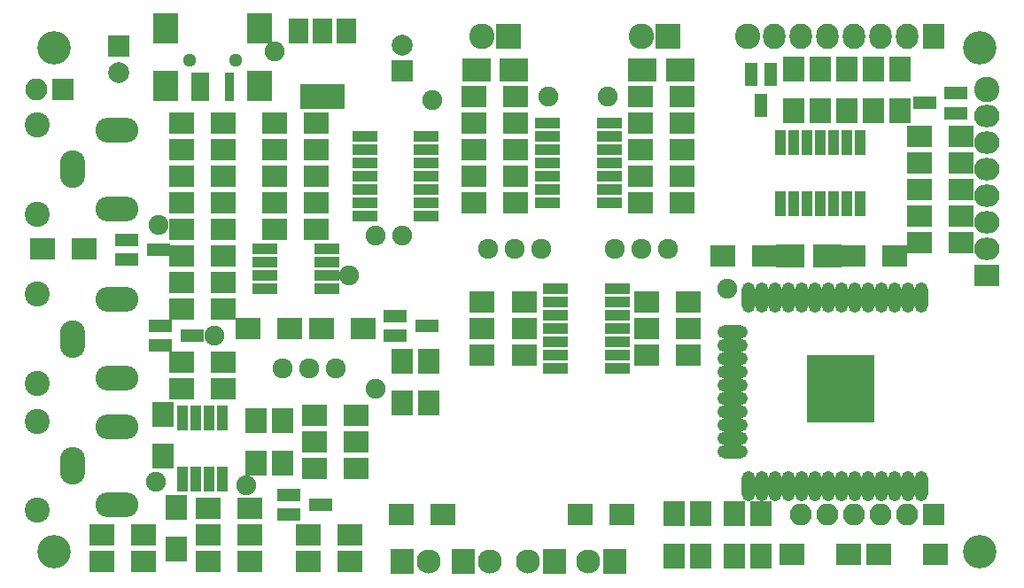
<source format=gbr>
G04 #@! TF.FileFunction,Soldermask,Top*
%FSLAX46Y46*%
G04 Gerber Fmt 4.6, Leading zero omitted, Abs format (unit mm)*
G04 Created by KiCad (PCBNEW 4.0.6) date Wednesday, 23 August 2017 'PMt' 20:48:00*
%MOMM*%
%LPD*%
G01*
G04 APERTURE LIST*
%ADD10C,0.100000*%
%ADD11C,1.900000*%
%ADD12C,3.200000*%
%ADD13R,2.400000X2.100000*%
%ADD14R,2.100000X2.400000*%
%ADD15R,4.200000X2.400000*%
%ADD16R,1.900000X2.400000*%
%ADD17R,2.400000X2.000000*%
%ADD18R,2.100000X2.100000*%
%ADD19O,2.100000X2.100000*%
%ADD20O,1.300000X2.900000*%
%ADD21O,2.900000X1.300000*%
%ADD22R,6.400000X6.400000*%
%ADD23R,2.300000X2.400000*%
%ADD24C,2.300000*%
%ADD25C,2.432000*%
%ADD26R,2.432000X2.432000*%
%ADD27O,2.127200X2.432000*%
%ADD28R,2.127200X2.432000*%
%ADD29O,2.432000X2.127200*%
%ADD30R,2.432000X2.127200*%
%ADD31R,2.300000X1.200000*%
%ADD32R,1.200000X2.300000*%
%ADD33C,1.924000*%
%ADD34R,2.000000X2.400000*%
%ADD35R,2.000000X2.000000*%
%ADD36C,2.000000*%
%ADD37R,1.000000X2.450000*%
%ADD38R,2.450000X1.000000*%
%ADD39R,2.800000X2.200860*%
%ADD40R,2.400000X1.000000*%
%ADD41R,1.000000X2.400000*%
%ADD42R,0.900380X2.701240*%
%ADD43R,2.398980X2.899360*%
%ADD44C,1.299160*%
%ADD45O,4.100000X2.400000*%
%ADD46O,2.398980X3.597860*%
%ADD47C,2.400000*%
G04 APERTURE END LIST*
D10*
D11*
X145288000Y-75692000D03*
D12*
X212706000Y-75313000D03*
X212706000Y-123563000D03*
X124206000Y-123563000D03*
D13*
X192119000Y-95250000D03*
X188119000Y-95250000D03*
D14*
X191770000Y-119920000D03*
X191770000Y-123920000D03*
D15*
X149860000Y-80010000D03*
D16*
X149860000Y-73710000D03*
X147560000Y-73710000D03*
X152160000Y-73710000D03*
D13*
X149320000Y-87630000D03*
X145320000Y-87630000D03*
D17*
X132810000Y-124460000D03*
X128810000Y-124460000D03*
D14*
X160020000Y-105315000D03*
X160020000Y-109315000D03*
X143510000Y-115030000D03*
X143510000Y-111030000D03*
X146050000Y-111030000D03*
X146050000Y-115030000D03*
D17*
X184245000Y-90170000D03*
X180245000Y-90170000D03*
D13*
X184245000Y-80010000D03*
X180245000Y-80010000D03*
X184245000Y-87630000D03*
X180245000Y-87630000D03*
D17*
X184245000Y-85090000D03*
X180245000Y-85090000D03*
X200565000Y-95250000D03*
X204565000Y-95250000D03*
X140430000Y-105410000D03*
X136430000Y-105410000D03*
X136430000Y-97790000D03*
X140430000Y-97790000D03*
D18*
X208280000Y-120015000D03*
D19*
X205740000Y-120015000D03*
X203200000Y-120015000D03*
X200660000Y-120015000D03*
X198120000Y-120015000D03*
X195580000Y-120015000D03*
D13*
X140430000Y-107950000D03*
X136430000Y-107950000D03*
X178530000Y-120015000D03*
X174530000Y-120015000D03*
D14*
X186055000Y-119920000D03*
X186055000Y-123920000D03*
D13*
X142780000Y-102235000D03*
X146780000Y-102235000D03*
X157385000Y-120015000D03*
X161385000Y-120015000D03*
X153130000Y-115570000D03*
X149130000Y-115570000D03*
X149130000Y-110490000D03*
X153130000Y-110490000D03*
D14*
X183515000Y-119920000D03*
X183515000Y-123920000D03*
D13*
X128810000Y-121920000D03*
X132810000Y-121920000D03*
X136430000Y-100330000D03*
X140430000Y-100330000D03*
X149130000Y-113030000D03*
X153130000Y-113030000D03*
D14*
X189230000Y-119920000D03*
X189230000Y-123920000D03*
D13*
X153765000Y-102235000D03*
X149765000Y-102235000D03*
X152495000Y-121920000D03*
X148495000Y-121920000D03*
X148495000Y-124460000D03*
X152495000Y-124460000D03*
X138970000Y-124460000D03*
X142970000Y-124460000D03*
X142970000Y-119380000D03*
X138970000Y-119380000D03*
X149320000Y-85090000D03*
X145320000Y-85090000D03*
X145320000Y-82550000D03*
X149320000Y-82550000D03*
X142970000Y-121920000D03*
X138970000Y-121920000D03*
D14*
X157480000Y-105315000D03*
X157480000Y-109315000D03*
D20*
X207090000Y-117250000D03*
X205820000Y-117250000D03*
X204550000Y-117250000D03*
X203280000Y-117250000D03*
X202010000Y-117250000D03*
X200740000Y-117250000D03*
X199470000Y-117250000D03*
X198200000Y-117250000D03*
X196930000Y-117250000D03*
X195660000Y-117250000D03*
X194390000Y-117250000D03*
X193120000Y-117250000D03*
X191850000Y-117250000D03*
X190580000Y-117250000D03*
D21*
X189090000Y-113965000D03*
X189090000Y-112695000D03*
X189090000Y-111425000D03*
X189090000Y-110155000D03*
X189090000Y-108885000D03*
X189090000Y-107615000D03*
X189090000Y-106345000D03*
X189090000Y-105075000D03*
X189090000Y-103805000D03*
X189090000Y-102535000D03*
D20*
X190580000Y-99250000D03*
X191850000Y-99250000D03*
X193120000Y-99250000D03*
X194390000Y-99250000D03*
X195660000Y-99250000D03*
X196930000Y-99250000D03*
X198200000Y-99250000D03*
X199470000Y-99250000D03*
X200740000Y-99250000D03*
X202010000Y-99250000D03*
X203280000Y-99250000D03*
X204550000Y-99250000D03*
X205820000Y-99250000D03*
X207090000Y-99250000D03*
D22*
X199390000Y-107950000D03*
D12*
X124206000Y-75313000D03*
D17*
X140430000Y-90170000D03*
X136430000Y-90170000D03*
X164370000Y-90170000D03*
X168370000Y-90170000D03*
X136430000Y-82550000D03*
X140430000Y-82550000D03*
X140430000Y-95250000D03*
X136430000Y-95250000D03*
X164370000Y-85090000D03*
X168370000Y-85090000D03*
X180880000Y-104775000D03*
X184880000Y-104775000D03*
X169142068Y-104712186D03*
X165142068Y-104712186D03*
X180880000Y-102235000D03*
X184880000Y-102235000D03*
X169142068Y-102172186D03*
X165142068Y-102172186D03*
D23*
X172085000Y-124460000D03*
D24*
X169545000Y-124460000D03*
D23*
X177800000Y-124460000D03*
D24*
X175260000Y-124460000D03*
D23*
X163322000Y-124460000D03*
D24*
X165862000Y-124460000D03*
D23*
X157480000Y-124460000D03*
D24*
X160020000Y-124460000D03*
D25*
X180340000Y-74295000D03*
D26*
X182880000Y-74295000D03*
D25*
X165100000Y-74295000D03*
D26*
X167640000Y-74295000D03*
D25*
X190500000Y-74295000D03*
D27*
X193040000Y-74295000D03*
X195580000Y-74295000D03*
X198120000Y-74295000D03*
X200660000Y-74295000D03*
X203200000Y-74295000D03*
X205740000Y-74295000D03*
D28*
X208280000Y-74295000D03*
D25*
X213360000Y-79375000D03*
D29*
X213360000Y-81915000D03*
X213360000Y-84455000D03*
X213360000Y-86995000D03*
X213360000Y-89535000D03*
X213360000Y-92075000D03*
X213360000Y-94615000D03*
D30*
X213360000Y-97155000D03*
D31*
X146685000Y-118110000D03*
X146685000Y-120010000D03*
X149685000Y-119060000D03*
X156845000Y-100970000D03*
X156845000Y-102870000D03*
X159845000Y-101920000D03*
D32*
X192720000Y-77875000D03*
X190820000Y-77875000D03*
X191770000Y-80875000D03*
D31*
X210415000Y-81595000D03*
X210415000Y-79695000D03*
X207415000Y-80645000D03*
D33*
X148590000Y-106045000D03*
X146050000Y-106045000D03*
X151130000Y-106045000D03*
D13*
X127095000Y-94615000D03*
X123095000Y-94615000D03*
X136430000Y-85090000D03*
X140430000Y-85090000D03*
X136430000Y-87630000D03*
X140430000Y-87630000D03*
X140430000Y-92710000D03*
X136430000Y-92710000D03*
X149320000Y-92710000D03*
X145320000Y-92710000D03*
X145320000Y-90170000D03*
X149320000Y-90170000D03*
X184245000Y-82550000D03*
X180245000Y-82550000D03*
X164370000Y-82550000D03*
X168370000Y-82550000D03*
X164370000Y-87630000D03*
X168370000Y-87630000D03*
X164370000Y-80010000D03*
X168370000Y-80010000D03*
D33*
X180340000Y-94615000D03*
X177800000Y-94615000D03*
X182880000Y-94615000D03*
X168275000Y-94615000D03*
X165735000Y-94615000D03*
X170815000Y-94615000D03*
D14*
X200025000Y-77375000D03*
X200025000Y-81375000D03*
X202565000Y-77375000D03*
X202565000Y-81375000D03*
X205105000Y-77375000D03*
X205105000Y-81375000D03*
D13*
X210915000Y-88900000D03*
X206915000Y-88900000D03*
X210915000Y-91440000D03*
X206915000Y-91440000D03*
X210915000Y-93980000D03*
X206915000Y-93980000D03*
X184880000Y-99632186D03*
X180880000Y-99632186D03*
X165142068Y-99632186D03*
X169142068Y-99632186D03*
D14*
X197485000Y-77375000D03*
X197485000Y-81375000D03*
D13*
X210915000Y-86360000D03*
X206915000Y-86360000D03*
D14*
X194945000Y-81375000D03*
X194945000Y-77375000D03*
D13*
X206915000Y-83820000D03*
X210915000Y-83820000D03*
D17*
X203040000Y-123825000D03*
X208440000Y-123825000D03*
X200185000Y-123825000D03*
X194785000Y-123825000D03*
D11*
X160401000Y-80391000D03*
X139573000Y-102870000D03*
X133985000Y-116840000D03*
X154940000Y-107950000D03*
X142621000Y-117221000D03*
X188595000Y-98425000D03*
X177165000Y-80010000D03*
X171450000Y-80010000D03*
X134239000Y-92329000D03*
X152400000Y-97155000D03*
D34*
X134620000Y-110395000D03*
X134620000Y-114395000D03*
D18*
X125095000Y-79375000D03*
D19*
X122555000Y-79375000D03*
D14*
X135890000Y-123285000D03*
X135890000Y-119285000D03*
D11*
X157480000Y-93345000D03*
X154940000Y-93345000D03*
D35*
X130429000Y-75224000D03*
D36*
X130429000Y-77724000D03*
D35*
X157480000Y-77597000D03*
D36*
X157480000Y-75097000D03*
D37*
X140335000Y-110715000D03*
X139065000Y-110715000D03*
X137795000Y-110715000D03*
X136525000Y-110715000D03*
X136525000Y-116615000D03*
X137795000Y-116615000D03*
X139065000Y-116615000D03*
X140335000Y-116615000D03*
D38*
X144370000Y-94615000D03*
X144370000Y-95885000D03*
X144370000Y-97155000D03*
X144370000Y-98425000D03*
X150270000Y-98425000D03*
X150270000Y-97155000D03*
X150270000Y-95885000D03*
X150270000Y-94615000D03*
D31*
X134414000Y-101920000D03*
X134414000Y-103820000D03*
X137414000Y-102870000D03*
X131191000Y-93726000D03*
X131191000Y-95626000D03*
X134191000Y-94676000D03*
D39*
X198142000Y-95250000D03*
X194542000Y-95250000D03*
X180445000Y-77470000D03*
X184045000Y-77470000D03*
X168170000Y-77470000D03*
X164570000Y-77470000D03*
D40*
X153895000Y-83820000D03*
X153895000Y-85090000D03*
X153895000Y-86360000D03*
X153895000Y-87630000D03*
X153895000Y-88900000D03*
X153895000Y-90170000D03*
X153895000Y-91440000D03*
X159795000Y-91440000D03*
X159795000Y-90170000D03*
X159795000Y-88900000D03*
X159795000Y-87630000D03*
X159795000Y-86360000D03*
X159795000Y-85090000D03*
X159795000Y-83820000D03*
X177263164Y-90170000D03*
X177263164Y-88900000D03*
X177263164Y-87630000D03*
X177263164Y-86360000D03*
X177263164Y-85090000D03*
X177263164Y-83820000D03*
X177263164Y-82550000D03*
X171363164Y-82550000D03*
X171363164Y-83820000D03*
X171363164Y-85090000D03*
X171363164Y-86360000D03*
X171363164Y-87630000D03*
X171363164Y-88900000D03*
X171363164Y-90170000D03*
D41*
X201295000Y-84393000D03*
X200025000Y-84393000D03*
X198755000Y-84393000D03*
X197485000Y-84393000D03*
X196215000Y-84393000D03*
X194945000Y-84393000D03*
X193675000Y-84393000D03*
X193675000Y-90293000D03*
X194945000Y-90293000D03*
X196215000Y-90293000D03*
X197485000Y-90293000D03*
X198755000Y-90293000D03*
X200025000Y-90293000D03*
X201295000Y-90293000D03*
D40*
X178035232Y-105982186D03*
X178035232Y-104712186D03*
X178035232Y-103442186D03*
X178035232Y-102172186D03*
X178035232Y-100902186D03*
X178035232Y-99632186D03*
X178035232Y-98362186D03*
X172135232Y-98362186D03*
X172135232Y-99632186D03*
X172135232Y-100902186D03*
X172135232Y-102172186D03*
X172135232Y-103442186D03*
X172135232Y-104712186D03*
X172135232Y-105982186D03*
D42*
X140970000Y-79121000D03*
X138569700Y-79121000D03*
X137769600Y-79121000D03*
D43*
X143819880Y-79021940D03*
X143819880Y-73522840D03*
X134919720Y-79021940D03*
X134919720Y-73522840D03*
D44*
X141569440Y-76522580D03*
X137170160Y-76522580D03*
D45*
X130208600Y-106924800D03*
D46*
X125958600Y-103174800D03*
D45*
X130208600Y-99424800D03*
D47*
X122583600Y-107424800D03*
X122583600Y-98924800D03*
D45*
X130234000Y-119066000D03*
D46*
X125984000Y-115316000D03*
D45*
X130234000Y-111566000D03*
D47*
X122609000Y-119566000D03*
X122609000Y-111066000D03*
D45*
X130234000Y-90745000D03*
D46*
X125984000Y-86995000D03*
D45*
X130234000Y-83245000D03*
D47*
X122609000Y-82745000D03*
X122609000Y-91245000D03*
M02*

</source>
